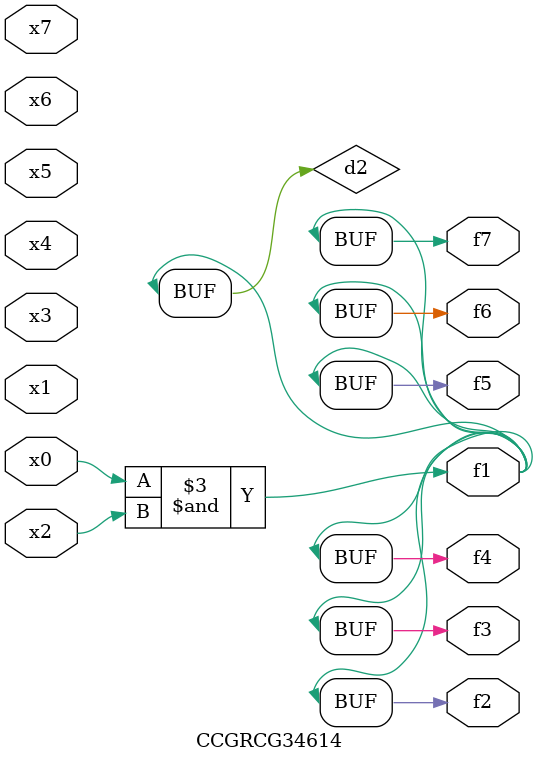
<source format=v>
module CCGRCG34614(
	input x0, x1, x2, x3, x4, x5, x6, x7,
	output f1, f2, f3, f4, f5, f6, f7
);

	wire d1, d2;

	nor (d1, x3, x6);
	and (d2, x0, x2);
	assign f1 = d2;
	assign f2 = d2;
	assign f3 = d2;
	assign f4 = d2;
	assign f5 = d2;
	assign f6 = d2;
	assign f7 = d2;
endmodule

</source>
